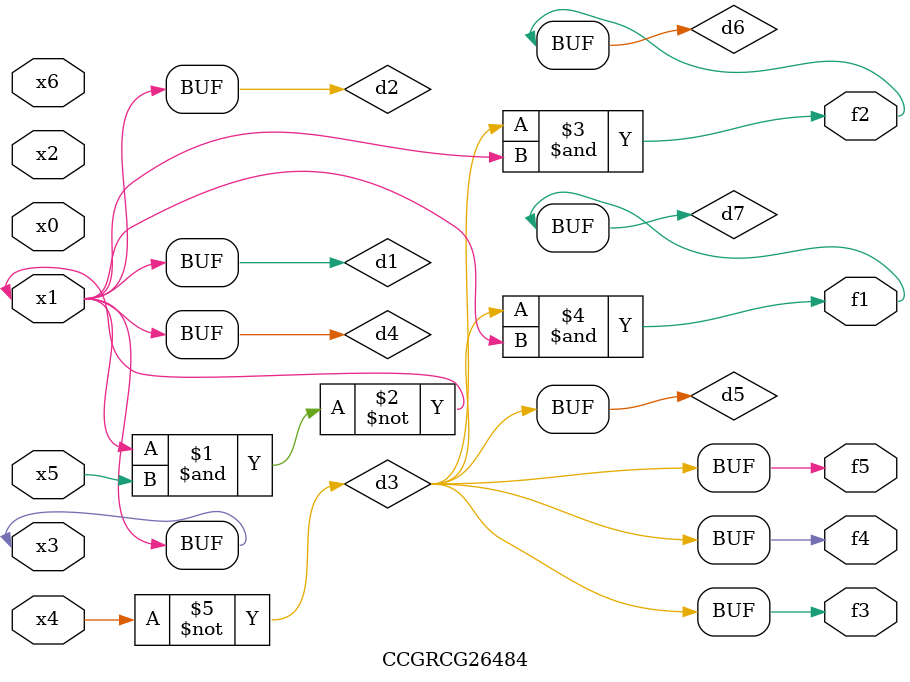
<source format=v>
module CCGRCG26484(
	input x0, x1, x2, x3, x4, x5, x6,
	output f1, f2, f3, f4, f5
);

	wire d1, d2, d3, d4, d5, d6, d7;

	buf (d1, x1, x3);
	nand (d2, x1, x5);
	not (d3, x4);
	buf (d4, d1, d2);
	buf (d5, d3);
	and (d6, d3, d4);
	and (d7, d3, d4);
	assign f1 = d7;
	assign f2 = d6;
	assign f3 = d5;
	assign f4 = d5;
	assign f5 = d5;
endmodule

</source>
